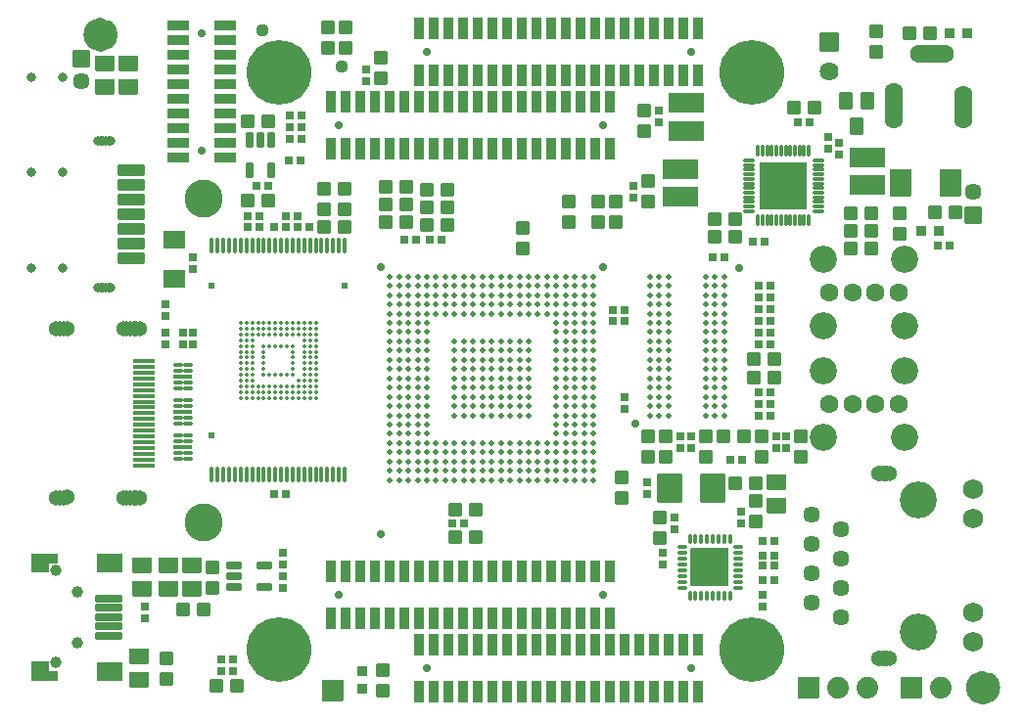
<source format=gbr>
%TF.GenerationSoftware,KiCad,Pcbnew,(6.0.1)*%
%TF.CreationDate,2022-06-22T14:46:02-03:00*%
%TF.ProjectId,A20-OLinuXino-Lime_Rev_I1,4132302d-4f4c-4696-9e75-58696e6f2d4c,rev?*%
%TF.SameCoordinates,Original*%
%TF.FileFunction,Soldermask,Top*%
%TF.FilePolarity,Negative*%
%FSLAX46Y46*%
G04 Gerber Fmt 4.6, Leading zero omitted, Abs format (unit mm)*
G04 Created by KiCad (PCBNEW (6.0.1)) date 2022-06-22 14:46:02*
%MOMM*%
%LPD*%
G01*
G04 APERTURE LIST*
G04 Aperture macros list*
%AMRoundRect*
0 Rectangle with rounded corners*
0 $1 Rounding radius*
0 $2 $3 $4 $5 $6 $7 $8 $9 X,Y pos of 4 corners*
0 Add a 4 corners polygon primitive as box body*
4,1,4,$2,$3,$4,$5,$6,$7,$8,$9,$2,$3,0*
0 Add four circle primitives for the rounded corners*
1,1,$1+$1,$2,$3*
1,1,$1+$1,$4,$5*
1,1,$1+$1,$6,$7*
1,1,$1+$1,$8,$9*
0 Add four rect primitives between the rounded corners*
20,1,$1+$1,$2,$3,$4,$5,0*
20,1,$1+$1,$4,$5,$6,$7,0*
20,1,$1+$1,$6,$7,$8,$9,0*
20,1,$1+$1,$8,$9,$2,$3,0*%
G04 Aperture macros list end*
%ADD10C,1.270000*%
%ADD11RoundRect,0.050800X-0.304800X-0.292100X0.304800X-0.292100X0.304800X0.292100X-0.304800X0.292100X0*%
%ADD12RoundRect,0.050800X0.304800X0.292100X-0.304800X0.292100X-0.304800X-0.292100X0.304800X-0.292100X0*%
%ADD13RoundRect,0.050800X0.292100X-0.304800X0.292100X0.304800X-0.292100X0.304800X-0.292100X-0.304800X0*%
%ADD14RoundRect,0.050800X-0.292100X0.304800X-0.292100X-0.304800X0.292100X-0.304800X0.292100X0.304800X0*%
%ADD15C,0.700000*%
%ADD16RoundRect,0.050800X-0.350000X0.900000X-0.350000X-0.900000X0.350000X-0.900000X0.350000X0.900000X0*%
%ADD17RoundRect,0.050800X0.350000X-0.900000X0.350000X0.900000X-0.350000X0.900000X-0.350000X-0.900000X0*%
%ADD18RoundRect,0.050800X0.762000X-0.635000X0.762000X0.635000X-0.762000X0.635000X-0.762000X-0.635000X0*%
%ADD19RoundRect,0.050800X-0.508000X0.508000X-0.508000X-0.508000X0.508000X-0.508000X0.508000X0.508000X0*%
%ADD20C,3.300000*%
%ADD21C,5.601600*%
%ADD22C,1.001600*%
%ADD23RoundRect,0.050800X0.508000X0.508000X-0.508000X0.508000X-0.508000X-0.508000X0.508000X-0.508000X0*%
%ADD24RoundRect,0.250800X0.000000X0.000000X0.000000X0.000000X0.000000X0.000000X0.000000X0.000000X0*%
%ADD25RoundRect,0.350800X0.000000X0.000000X0.000000X0.000000X0.000000X0.000000X0.000000X0.000000X0*%
%ADD26RoundRect,0.050800X-0.508000X-0.508000X0.508000X-0.508000X0.508000X0.508000X-0.508000X0.508000X0*%
%ADD27RoundRect,0.050800X-0.600000X0.275000X-0.600000X-0.275000X0.600000X-0.275000X0.600000X0.275000X0*%
%ADD28RoundRect,0.050800X-1.500000X-0.800000X1.500000X-0.800000X1.500000X0.800000X-1.500000X0.800000X0*%
%ADD29RoundRect,0.050800X-0.400000X-0.400000X0.400000X-0.400000X0.400000X0.400000X-0.400000X0.400000X0*%
%ADD30RoundRect,0.250800X0.000000X0.000000X0.000000X0.000000X0.000000X0.000000X0.000000X0.000000X0*%
%ADD31RoundRect,0.350800X0.000000X0.000000X0.000000X0.000000X0.000000X0.000000X0.000000X0.000000X0*%
%ADD32C,1.601600*%
%ADD33C,2.351600*%
%ADD34RoundRect,0.050800X-0.889000X-0.889000X0.889000X-0.889000X0.889000X0.889000X-0.889000X0.889000X0*%
%ADD35C,1.879600*%
%ADD36RoundRect,0.050800X0.337500X-0.100000X0.337500X0.100000X-0.337500X0.100000X-0.337500X-0.100000X0*%
%ADD37RoundRect,0.050800X0.387500X-0.150000X0.387500X0.150000X-0.387500X0.150000X-0.387500X-0.150000X0*%
%ADD38RoundRect,0.050800X0.508000X-0.508000X0.508000X0.508000X-0.508000X0.508000X-0.508000X-0.508000X0*%
%ADD39RoundRect,0.550800X0.000000X0.000000X0.000000X0.000000X0.000000X0.000000X0.000000X0.000000X0*%
%ADD40RoundRect,0.050800X0.400000X0.400000X-0.400000X0.400000X-0.400000X-0.400000X0.400000X-0.400000X0*%
%ADD41C,1.000000*%
%ADD42RoundRect,0.050800X-1.125000X-0.250000X1.125000X-0.250000X1.125000X0.250000X-1.125000X0.250000X0*%
%ADD43RoundRect,0.050800X0.400000X-0.400000X0.400000X0.400000X-0.400000X0.400000X-0.400000X-0.400000X0*%
%ADD44RoundRect,0.050800X1.100000X0.450000X-1.100000X0.450000X-1.100000X-0.450000X1.100000X-0.450000X0*%
%ADD45C,0.806400*%
%ADD46RoundRect,0.050800X0.100000X0.450000X-0.100000X0.450000X-0.100000X-0.450000X0.100000X-0.450000X0*%
%ADD47RoundRect,0.050800X-0.450000X0.100000X-0.450000X-0.100000X0.450000X-0.100000X0.450000X0.100000X0*%
%ADD48RoundRect,0.050800X-0.100000X-0.450000X0.100000X-0.450000X0.100000X0.450000X-0.100000X0.450000X0*%
%ADD49RoundRect,0.050800X0.450000X-0.100000X0.450000X0.100000X-0.450000X0.100000X-0.450000X-0.100000X0*%
%ADD50RoundRect,0.050800X0.711200X0.711200X-0.711200X0.711200X-0.711200X-0.711200X0.711200X-0.711200X0*%
%ADD51RoundRect,0.050800X2.000000X2.000000X-2.000000X2.000000X-2.000000X-2.000000X2.000000X-2.000000X0*%
%ADD52RoundRect,0.050800X0.675000X-0.675000X0.675000X0.675000X-0.675000X0.675000X-0.675000X-0.675000X0*%
%ADD53C,1.451600*%
%ADD54RoundRect,0.558800X0.000000X0.000000X0.000000X0.000000X0.000000X0.000000X0.000000X0.000000X0*%
%ADD55RoundRect,0.050800X-0.762000X0.635000X-0.762000X-0.635000X0.762000X-0.635000X0.762000X0.635000X0*%
%ADD56RoundRect,0.050800X-0.900000X0.700000X-0.900000X-0.700000X0.900000X-0.700000X0.900000X0.700000X0*%
%ADD57RoundRect,0.050800X0.900000X0.125000X-0.900000X0.125000X-0.900000X-0.125000X0.900000X-0.125000X0*%
%ADD58C,1.301600*%
%ADD59RoundRect,0.050800X-0.889000X-1.143000X0.889000X-1.143000X0.889000X1.143000X-0.889000X1.143000X0*%
%ADD60C,1.625600*%
%ADD61RoundRect,0.050800X0.762000X-0.762000X0.762000X0.762000X-0.762000X0.762000X-0.762000X-0.762000X0*%
%ADD62RoundRect,0.050800X-0.675000X0.675000X-0.675000X-0.675000X0.675000X-0.675000X0.675000X0.675000X0*%
%ADD63RoundRect,0.050800X-1.050000X-1.200000X1.050000X-1.200000X1.050000X1.200000X-1.050000X1.200000X0*%
%ADD64RoundRect,0.558800X0.000000X0.000000X0.000000X0.000000X0.000000X0.000000X0.000000X0.000000X0*%
%ADD65RoundRect,0.175800X0.000000X0.000000X0.000000X0.000000X0.000000X0.000000X0.000000X0.000000X0*%
%ADD66RoundRect,0.300800X0.000000X0.000000X0.000000X0.000000X0.000000X0.000000X0.000000X0.000000X0*%
%ADD67RoundRect,0.050800X0.500000X0.700000X-0.500000X0.700000X-0.500000X-0.700000X0.500000X-0.700000X0*%
%ADD68RoundRect,0.050800X-0.900000X-0.350000X0.900000X-0.350000X0.900000X0.350000X-0.900000X0.350000X0*%
%ADD69RoundRect,0.050800X0.900000X0.350000X-0.900000X0.350000X-0.900000X-0.350000X0.900000X-0.350000X0*%
%ADD70RoundRect,0.050800X-0.125000X0.375000X-0.125000X-0.375000X0.125000X-0.375000X0.125000X0.375000X0*%
%ADD71RoundRect,0.050800X-0.375000X-0.125000X0.375000X-0.125000X0.375000X0.125000X-0.375000X0.125000X0*%
%ADD72RoundRect,0.050800X0.125000X-0.375000X0.125000X0.375000X-0.125000X0.375000X-0.125000X-0.375000X0*%
%ADD73RoundRect,0.050800X0.375000X0.125000X-0.375000X0.125000X-0.375000X-0.125000X0.375000X-0.125000X0*%
%ADD74C,2.051600*%
%ADD75RoundRect,0.050800X1.600000X1.600000X-1.600000X1.600000X-1.600000X-1.600000X1.600000X-1.600000X0*%
%ADD76C,3.200000*%
%ADD77C,1.751600*%
%ADD78RoundRect,0.050800X0.275000X0.600000X-0.275000X0.600000X-0.275000X-0.600000X0.275000X-0.600000X0*%
%ADD79RoundRect,0.050800X0.125000X0.600000X-0.125000X0.600000X-0.125000X-0.600000X0.125000X-0.600000X0*%
%ADD80C,0.800000*%
G04 APERTURE END LIST*
D10*
%TO.C,U17*%
X189794100Y-133284600D02*
G75*
G03*
X189794100Y-133284600I-850000J0D01*
G01*
%TO.C,USB_OTG*%
G36*
X114469100Y-132680600D02*
G01*
X112319100Y-132680600D01*
X112319100Y-131080600D01*
X114469100Y-131080600D01*
X114469100Y-132680600D01*
G37*
G36*
X114469100Y-123280600D02*
G01*
X112319100Y-123280600D01*
X112319100Y-121680600D01*
X114469100Y-121680600D01*
X114469100Y-123280600D01*
G37*
G36*
X108919100Y-132680600D02*
G01*
X106669100Y-132680600D01*
X106669100Y-131830600D01*
X108919100Y-131830600D01*
X108919100Y-132680600D01*
G37*
G36*
X108119100Y-131880600D02*
G01*
X106669100Y-131880600D01*
X106669100Y-131030600D01*
X108119100Y-131030600D01*
X108119100Y-131880600D01*
G37*
G36*
X108119100Y-123330600D02*
G01*
X106669100Y-123330600D01*
X106669100Y-122480600D01*
X108119100Y-122480600D01*
X108119100Y-123330600D01*
G37*
G36*
X108919100Y-122530600D02*
G01*
X106669100Y-122530600D01*
X106669100Y-121680600D01*
X108919100Y-121680600D01*
X108919100Y-122530600D01*
G37*
%TO.C,U16*%
X113467100Y-76769600D02*
G75*
G03*
X113467100Y-76769600I-850000J0D01*
G01*
%TD*%
D11*
%TO.C,C113*%
X129000100Y-85786600D03*
X130016100Y-85786600D03*
%TD*%
D12*
%TO.C,C41*%
X170529100Y-99502600D03*
X169513100Y-99502600D03*
%TD*%
D13*
%TO.C,C147*%
X158718100Y-90866600D03*
X158718100Y-89850600D03*
%TD*%
D14*
%TO.C,C161*%
X176498100Y-86116800D03*
X176498100Y-87132800D03*
%TD*%
D15*
%TO.C,LCD_CON*%
X163671100Y-78293600D03*
X140811100Y-78293600D03*
D16*
X140176100Y-76261600D03*
X140176100Y-80325600D03*
X141446100Y-76261600D03*
X141446100Y-80325600D03*
X142716100Y-76261600D03*
X142716100Y-80325600D03*
X143986100Y-76261600D03*
X143986100Y-80325600D03*
X145256100Y-76261600D03*
X145256100Y-80325600D03*
X146526100Y-76261600D03*
X146526100Y-80325600D03*
D17*
X147796100Y-76261600D03*
X147796100Y-80325600D03*
X149066100Y-76261600D03*
X149066100Y-80325600D03*
X150336100Y-76261600D03*
X150336100Y-80325600D03*
X151606100Y-76261600D03*
X151606100Y-80325600D03*
X152876100Y-76261600D03*
X152876100Y-80325600D03*
X154146100Y-76261600D03*
X154146100Y-80325600D03*
X155416100Y-76261600D03*
X155416100Y-80325600D03*
X156686100Y-76261600D03*
X156686100Y-80325600D03*
X157956100Y-76261600D03*
X157956100Y-80325600D03*
X159226100Y-76261600D03*
X159226100Y-80325600D03*
X160496100Y-76261600D03*
X160496100Y-80325600D03*
X161766100Y-76261600D03*
X161766100Y-80325600D03*
X163036100Y-76261600D03*
X163036100Y-80325600D03*
X164306100Y-76261600D03*
X164306100Y-80325600D03*
%TD*%
D11*
%TO.C,C116*%
X129000100Y-84770600D03*
X130016100Y-84770600D03*
%TD*%
D18*
%TO.C,C189*%
X118459100Y-124775600D03*
X118459100Y-122743600D03*
%TD*%
D19*
%TO.C,C134*%
X181705100Y-92263600D03*
X181705100Y-94041600D03*
%TD*%
D20*
%TO.C,CASE*%
X121501100Y-90998600D03*
X121501100Y-118998600D03*
D21*
X128071100Y-129998600D03*
D22*
X128071100Y-127748600D03*
X128071100Y-132248600D03*
X130321100Y-129998600D03*
X125821100Y-129998600D03*
X126524300Y-128451800D03*
X129618000Y-131545500D03*
X126524300Y-131545500D03*
X129618000Y-128451800D03*
D21*
X168931100Y-129998600D03*
D22*
X168931100Y-127748600D03*
X168931100Y-132248600D03*
X171181100Y-129998600D03*
X166681100Y-129998600D03*
X167384300Y-128451800D03*
X170478000Y-131545500D03*
X167384300Y-131545500D03*
X170478000Y-128451800D03*
D21*
X128071100Y-79998600D03*
D22*
X128071100Y-77748600D03*
X128071100Y-82248600D03*
X130321100Y-79998600D03*
X125821100Y-79998600D03*
X126524300Y-78451800D03*
X129618000Y-81545500D03*
X126524300Y-81545500D03*
X129618000Y-78451800D03*
D21*
X168931100Y-79998600D03*
D22*
X168931100Y-77748600D03*
X168931100Y-82248600D03*
X171181100Y-79998600D03*
X166681100Y-79998600D03*
X167384300Y-78451800D03*
X170478000Y-81545500D03*
X167384300Y-81545500D03*
X170478000Y-78451800D03*
%TD*%
D23*
%TO.C,R8*%
X170910100Y-106424100D03*
X169132100Y-106424100D03*
%TD*%
D19*
%TO.C,R75*%
X179673100Y-76515600D03*
X179673100Y-78293600D03*
%TD*%
D24*
%TO.C,U1*%
X160141100Y-97715600D03*
X160941100Y-97715600D03*
X161741100Y-97715600D03*
X164941100Y-97715600D03*
X165741100Y-97715600D03*
X166541100Y-97715600D03*
X160141100Y-98515600D03*
X160941100Y-98515600D03*
X161741100Y-98515600D03*
X164941100Y-98515600D03*
X165741100Y-98515600D03*
X166541100Y-98515600D03*
X160141100Y-99315600D03*
X160941100Y-99315600D03*
X161741100Y-99315600D03*
X164941100Y-99315600D03*
X165741100Y-99315600D03*
X166541100Y-99315600D03*
X160141100Y-100115600D03*
X160941100Y-100115600D03*
X161741100Y-100115600D03*
X164941100Y-100115600D03*
X165741100Y-100115600D03*
X166541100Y-100115600D03*
X160141100Y-100915600D03*
X160941100Y-100915600D03*
X161741100Y-100915600D03*
X164941100Y-100915600D03*
X165741100Y-100915600D03*
X166541100Y-100915600D03*
X160141100Y-101715600D03*
X160941100Y-101715600D03*
X161741100Y-101715600D03*
X164941100Y-101715600D03*
X165741100Y-101715600D03*
X166541100Y-101715600D03*
D25*
X158841100Y-110465600D03*
X167841100Y-96965600D03*
D24*
X160141100Y-102515600D03*
X160941100Y-102515600D03*
X161741100Y-102515600D03*
X164941100Y-102515600D03*
X165741100Y-102515600D03*
X166541100Y-102515600D03*
X160141100Y-103315600D03*
X160941100Y-103315600D03*
X161741100Y-103315600D03*
X164941100Y-103315600D03*
X165741100Y-103315600D03*
X166541100Y-103315600D03*
X160141100Y-104115600D03*
X160941100Y-104115600D03*
X161741100Y-104115600D03*
X164941100Y-104115600D03*
X165741100Y-104115600D03*
X166541100Y-104115600D03*
X160141100Y-104915600D03*
X160941100Y-104915600D03*
X161741100Y-104915600D03*
X164941100Y-104915600D03*
X165741100Y-104915600D03*
X166541100Y-104915600D03*
X160141100Y-105715600D03*
X160941100Y-105715600D03*
X161741100Y-105715600D03*
X164941100Y-105715600D03*
X165741100Y-105715600D03*
X166541100Y-105715600D03*
X160141100Y-106515600D03*
X160941100Y-106515600D03*
X161741100Y-106515600D03*
X164941100Y-106515600D03*
X165741100Y-106515600D03*
X166541100Y-106515600D03*
X160141100Y-107315600D03*
X160941100Y-107315600D03*
X161741100Y-107315600D03*
X164941100Y-107315600D03*
X165741100Y-107315600D03*
X166541100Y-107315600D03*
X160141100Y-108115600D03*
X160941100Y-108115600D03*
X161741100Y-108115600D03*
X164941100Y-108115600D03*
X165741100Y-108115600D03*
X166541100Y-108115600D03*
X160141100Y-108915600D03*
X160941100Y-108915600D03*
X161741100Y-108915600D03*
X164941100Y-108915600D03*
X165741100Y-108915600D03*
X166541100Y-108915600D03*
X160141100Y-109715600D03*
X160941100Y-109715600D03*
X161741100Y-109715600D03*
X164941100Y-109715600D03*
X165741100Y-109715600D03*
X166541100Y-109715600D03*
%TD*%
D26*
%TO.C,C75*%
X167481100Y-115631600D03*
X169259100Y-115631600D03*
%TD*%
D12*
%TO.C,C45*%
X166592100Y-96073600D03*
X165576100Y-96073600D03*
%TD*%
%TO.C,C27*%
X170529100Y-108773600D03*
X169513100Y-108773600D03*
%TD*%
%TO.C,C43*%
X170529100Y-101534600D03*
X169513100Y-101534600D03*
%TD*%
D27*
%TO.C,U9*%
X124144000Y-122682600D03*
X124144000Y-123632600D03*
X124144000Y-124582600D03*
X126744200Y-124582600D03*
X126744200Y-122682600D03*
%TD*%
D28*
%TO.C,L11*%
X163290100Y-82681600D03*
X163290100Y-85081600D03*
%TD*%
D29*
%TO.C,CHGLED*%
X185134100Y-93787600D03*
X183610100Y-93787600D03*
%TD*%
D18*
%TO.C,C201*%
X120491100Y-124775600D03*
X120491100Y-122743600D03*
%TD*%
D19*
%TO.C,C183*%
X132302100Y-76134600D03*
X132302100Y-77912600D03*
%TD*%
D14*
%TO.C,R97*%
X118205100Y-102550600D03*
X118205100Y-103566600D03*
%TD*%
D15*
%TO.C,GPIO-2*%
X133191100Y-125283600D03*
X156051100Y-125283600D03*
D16*
X132556100Y-123251600D03*
X132556100Y-127315600D03*
X133826100Y-123251600D03*
X133826100Y-127315600D03*
X135096100Y-123251600D03*
X135096100Y-127315600D03*
X136366100Y-123251600D03*
X136366100Y-127315600D03*
X137636100Y-123251600D03*
X137636100Y-127315600D03*
X138906100Y-123251600D03*
X138906100Y-127315600D03*
D17*
X140176100Y-123251600D03*
X140176100Y-127315600D03*
X141446100Y-123251600D03*
X141446100Y-127315600D03*
X142716100Y-123251600D03*
X142716100Y-127315600D03*
X143986100Y-123251600D03*
X143986100Y-127315600D03*
X145256100Y-123251600D03*
X145256100Y-127315600D03*
X146526100Y-123251600D03*
X146526100Y-127315600D03*
X147796100Y-123251600D03*
X147796100Y-127315600D03*
X149066100Y-123251600D03*
X149066100Y-127315600D03*
X150336100Y-123251600D03*
X150336100Y-127315600D03*
X151606100Y-123251600D03*
X151606100Y-127315600D03*
X152876100Y-123251600D03*
X152876100Y-127315600D03*
X154146100Y-123251600D03*
X154146100Y-127315600D03*
X155416100Y-123251600D03*
X155416100Y-127315600D03*
X156686100Y-123251600D03*
X156686100Y-127315600D03*
%TD*%
D30*
%TO.C,U7*%
X155241100Y-115315600D03*
X154441100Y-115315600D03*
X153641100Y-115315600D03*
X152841100Y-115315600D03*
X152041100Y-115315600D03*
X151241100Y-115315600D03*
X150441100Y-115315600D03*
X149641100Y-115315600D03*
X148841100Y-115315600D03*
X148041100Y-115315600D03*
X147241100Y-115315600D03*
X146441100Y-115315600D03*
X145641100Y-115315600D03*
X144841100Y-115315600D03*
X144041100Y-115315600D03*
X143241100Y-115315600D03*
X142441100Y-115315600D03*
X141641100Y-115315600D03*
X140841100Y-115315600D03*
X140041100Y-115315600D03*
X139241100Y-115315600D03*
X138441100Y-115315600D03*
X137641100Y-115315600D03*
X155241100Y-99315600D03*
X154441100Y-99315600D03*
X153641100Y-99315600D03*
X152841100Y-99315600D03*
X152041100Y-99315600D03*
X151241100Y-99315600D03*
X150441100Y-99315600D03*
X149641100Y-99315600D03*
X148841100Y-99315600D03*
X148041100Y-99315600D03*
X147241100Y-99315600D03*
X146441100Y-99315600D03*
X145641100Y-99315600D03*
X144841100Y-99315600D03*
X144041100Y-99315600D03*
X143241100Y-99315600D03*
X142441100Y-99315600D03*
X141641100Y-99315600D03*
X140841100Y-99315600D03*
X140041100Y-99315600D03*
X139241100Y-99315600D03*
X138441100Y-99315600D03*
X137641100Y-99315600D03*
X155241100Y-98515600D03*
X154441100Y-98515600D03*
X153641100Y-98515600D03*
X152841100Y-98515600D03*
X152041100Y-98515600D03*
X151241100Y-98515600D03*
X150441100Y-98515600D03*
X149641100Y-98515600D03*
X148841100Y-98515600D03*
X148041100Y-98515600D03*
X147241100Y-98515600D03*
X146441100Y-98515600D03*
X145641100Y-98515600D03*
X144841100Y-98515600D03*
X144041100Y-98515600D03*
X143241100Y-98515600D03*
X142441100Y-98515600D03*
X141641100Y-98515600D03*
X140841100Y-98515600D03*
X140041100Y-98515600D03*
X139241100Y-98515600D03*
X138441100Y-98515600D03*
X137641100Y-98515600D03*
X155241100Y-97715600D03*
X154441100Y-97715600D03*
X153641100Y-97715600D03*
X152841100Y-97715600D03*
X152041100Y-97715600D03*
X151241100Y-97715600D03*
X150441100Y-97715600D03*
X149641100Y-97715600D03*
X148841100Y-97715600D03*
X148041100Y-97715600D03*
X147241100Y-97715600D03*
X146441100Y-97715600D03*
X145641100Y-97715600D03*
X144841100Y-97715600D03*
X144041100Y-97715600D03*
X143241100Y-97715600D03*
X142441100Y-97715600D03*
X141641100Y-97715600D03*
X140841100Y-97715600D03*
X140041100Y-97715600D03*
X139241100Y-97715600D03*
X138441100Y-97715600D03*
X137641100Y-97715600D03*
X155241100Y-114515600D03*
X154441100Y-114515600D03*
X153641100Y-114515600D03*
X152841100Y-114515600D03*
X152041100Y-114515600D03*
X151241100Y-114515600D03*
X150441100Y-114515600D03*
X149641100Y-114515600D03*
X148841100Y-114515600D03*
X148041100Y-114515600D03*
X147241100Y-114515600D03*
X146441100Y-114515600D03*
X145641100Y-114515600D03*
X144841100Y-114515600D03*
X144041100Y-114515600D03*
X143241100Y-114515600D03*
X142441100Y-114515600D03*
X141641100Y-114515600D03*
X140841100Y-114515600D03*
X140041100Y-114515600D03*
X139241100Y-114515600D03*
X138441100Y-114515600D03*
X137641100Y-114515600D03*
X155241100Y-113715600D03*
X154441100Y-113715600D03*
X153641100Y-113715600D03*
X152841100Y-113715600D03*
X152041100Y-113715600D03*
X151241100Y-113715600D03*
X150441100Y-113715600D03*
X149641100Y-113715600D03*
X148841100Y-113715600D03*
X148041100Y-113715600D03*
X147241100Y-113715600D03*
X146441100Y-113715600D03*
X145641100Y-113715600D03*
X144841100Y-113715600D03*
X144041100Y-113715600D03*
X143241100Y-113715600D03*
X142441100Y-113715600D03*
X141641100Y-113715600D03*
X140841100Y-113715600D03*
X140041100Y-113715600D03*
X139241100Y-113715600D03*
X138441100Y-113715600D03*
X137641100Y-113715600D03*
X155241100Y-112915600D03*
X154441100Y-112915600D03*
X153641100Y-112915600D03*
X152841100Y-112915600D03*
X152041100Y-112915600D03*
X151241100Y-112915600D03*
X150441100Y-112915600D03*
X149641100Y-112915600D03*
X148841100Y-112915600D03*
X148041100Y-112915600D03*
X147241100Y-112915600D03*
X146441100Y-112915600D03*
X145641100Y-112915600D03*
X144841100Y-112915600D03*
X144041100Y-112915600D03*
X143241100Y-112915600D03*
X142441100Y-112915600D03*
X141641100Y-112915600D03*
X140841100Y-112915600D03*
X140041100Y-112915600D03*
X139241100Y-112915600D03*
X138441100Y-112915600D03*
X137641100Y-112915600D03*
X155241100Y-112115600D03*
X154441100Y-112115600D03*
X153641100Y-112115600D03*
X152841100Y-112115600D03*
X152041100Y-112115600D03*
X151241100Y-112115600D03*
X150441100Y-112115600D03*
X149641100Y-112115600D03*
X148841100Y-112115600D03*
X148041100Y-112115600D03*
X147241100Y-112115600D03*
X146441100Y-112115600D03*
X145641100Y-112115600D03*
X144841100Y-112115600D03*
X144041100Y-112115600D03*
X143241100Y-112115600D03*
X142441100Y-112115600D03*
X141641100Y-112115600D03*
X140841100Y-112115600D03*
X140041100Y-112115600D03*
X139241100Y-112115600D03*
X138441100Y-112115600D03*
X137641100Y-112115600D03*
X155241100Y-111315600D03*
X154441100Y-111315600D03*
X153641100Y-111315600D03*
X152841100Y-111315600D03*
X152041100Y-111315600D03*
X140841100Y-111315600D03*
X140041100Y-111315600D03*
X139241100Y-111315600D03*
X138441100Y-111315600D03*
X137641100Y-111315600D03*
D31*
X136841100Y-120000000D03*
X136841100Y-96915600D03*
X156041100Y-96915600D03*
D30*
X155241100Y-110515600D03*
X154441100Y-110515600D03*
X153641100Y-110515600D03*
X152841100Y-110515600D03*
X152041100Y-110515600D03*
X140841100Y-110515600D03*
X140041100Y-110515600D03*
X139241100Y-110515600D03*
X138441100Y-110515600D03*
X137641100Y-110515600D03*
X155241100Y-109715600D03*
X154441100Y-109715600D03*
X153641100Y-109715600D03*
X152841100Y-109715600D03*
X152041100Y-109715600D03*
X149641100Y-109715600D03*
X148841100Y-109715600D03*
X148041100Y-109715600D03*
X147241100Y-109715600D03*
X146441100Y-109715600D03*
X145641100Y-109715600D03*
X144841100Y-109715600D03*
X144041100Y-109715600D03*
X143241100Y-109715600D03*
X140841100Y-109715600D03*
X140041100Y-109715600D03*
X139241100Y-109715600D03*
X138441100Y-109715600D03*
X137641100Y-109715600D03*
X155241100Y-108915600D03*
X154441100Y-108915600D03*
X153641100Y-108915600D03*
X152841100Y-108915600D03*
X152041100Y-108915600D03*
X149641100Y-108915600D03*
X148841100Y-108915600D03*
X148041100Y-108915600D03*
X147241100Y-108915600D03*
X146441100Y-108915600D03*
X145641100Y-108915600D03*
X144841100Y-108915600D03*
X144041100Y-108915600D03*
X143241100Y-108915600D03*
X140841100Y-108915600D03*
X140041100Y-108915600D03*
X139241100Y-108915600D03*
X138441100Y-108915600D03*
X137641100Y-108915600D03*
X155241100Y-108115600D03*
X154441100Y-108115600D03*
X153641100Y-108115600D03*
X152841100Y-108115600D03*
X152041100Y-108115600D03*
X149641100Y-108115600D03*
X148841100Y-108115600D03*
X148041100Y-108115600D03*
X147241100Y-108115600D03*
X146441100Y-108115600D03*
X145641100Y-108115600D03*
X144841100Y-108115600D03*
X144041100Y-108115600D03*
X143241100Y-108115600D03*
X140841100Y-108115600D03*
X140041100Y-108115600D03*
X139241100Y-108115600D03*
X138441100Y-108115600D03*
X137641100Y-108115600D03*
X155241100Y-107315600D03*
X154441100Y-107315600D03*
X153641100Y-107315600D03*
X152841100Y-107315600D03*
X152041100Y-107315600D03*
X149641100Y-107315600D03*
X148841100Y-107315600D03*
X148041100Y-107315600D03*
X147241100Y-107315600D03*
X146441100Y-107315600D03*
X145641100Y-107315600D03*
X144841100Y-107315600D03*
X144041100Y-107315600D03*
X143241100Y-107315600D03*
X140841100Y-107315600D03*
X140041100Y-107315600D03*
X139241100Y-107315600D03*
X138441100Y-107315600D03*
X137641100Y-107315600D03*
X155241100Y-106515600D03*
X154441100Y-106515600D03*
X153641100Y-106515600D03*
X152841100Y-106515600D03*
X152041100Y-106515600D03*
X149641100Y-106515600D03*
X148841100Y-106515600D03*
X148041100Y-106515600D03*
X147241100Y-106515600D03*
X146441100Y-106515600D03*
X145641100Y-106515600D03*
X144841100Y-106515600D03*
X144041100Y-106515600D03*
X143241100Y-106515600D03*
X140841100Y-106515600D03*
X140041100Y-106515600D03*
X139241100Y-106515600D03*
X138441100Y-106515600D03*
X137641100Y-106515600D03*
X155241100Y-105715600D03*
X154441100Y-105715600D03*
X153641100Y-105715600D03*
X152841100Y-105715600D03*
X152041100Y-105715600D03*
X149641100Y-105715600D03*
X148841100Y-105715600D03*
X148041100Y-105715600D03*
X147241100Y-105715600D03*
X146441100Y-105715600D03*
X145641100Y-105715600D03*
X144841100Y-105715600D03*
X144041100Y-105715600D03*
X143241100Y-105715600D03*
X140841100Y-105715600D03*
X140041100Y-105715600D03*
X139241100Y-105715600D03*
X138441100Y-105715600D03*
X137641100Y-105715600D03*
X155241100Y-104915600D03*
X154441100Y-104915600D03*
X153641100Y-104915600D03*
X152841100Y-104915600D03*
X152041100Y-104915600D03*
X149641100Y-104915600D03*
X148841100Y-104915600D03*
X148041100Y-104915600D03*
X147241100Y-104915600D03*
X146441100Y-104915600D03*
X145641100Y-104915600D03*
X144841100Y-104915600D03*
X144041100Y-104915600D03*
X143241100Y-104915600D03*
X140841100Y-104915600D03*
X140041100Y-104915600D03*
X139241100Y-104915600D03*
X138441100Y-104915600D03*
X137641100Y-104915600D03*
X155241100Y-104115600D03*
X154441100Y-104115600D03*
X153641100Y-104115600D03*
X152841100Y-104115600D03*
X152041100Y-104115600D03*
X149641100Y-104115600D03*
X148841100Y-104115600D03*
X148041100Y-104115600D03*
X147241100Y-104115600D03*
X146441100Y-104115600D03*
X145641100Y-104115600D03*
X144841100Y-104115600D03*
X144041100Y-104115600D03*
X143241100Y-104115600D03*
X140841100Y-104115600D03*
X140041100Y-104115600D03*
X139241100Y-104115600D03*
X138441100Y-104115600D03*
X137641100Y-104115600D03*
X155241100Y-103315600D03*
X154441100Y-103315600D03*
X153641100Y-103315600D03*
X152841100Y-103315600D03*
X152041100Y-103315600D03*
X149641100Y-103315600D03*
X148841100Y-103315600D03*
X148041100Y-103315600D03*
X147241100Y-103315600D03*
X146441100Y-103315600D03*
X145641100Y-103315600D03*
X144841100Y-103315600D03*
X144041100Y-103315600D03*
X143241100Y-103315600D03*
X140841100Y-103315600D03*
X140041100Y-103315600D03*
X139241100Y-103315600D03*
X138441100Y-103315600D03*
X137641100Y-103315600D03*
X155241100Y-102515600D03*
X154441100Y-102515600D03*
X153641100Y-102515600D03*
X152841100Y-102515600D03*
X152041100Y-102515600D03*
X140841100Y-102515600D03*
X140041100Y-102515600D03*
X139241100Y-102515600D03*
X138441100Y-102515600D03*
X137641100Y-102515600D03*
X155241100Y-101715600D03*
X154441100Y-101715600D03*
X153641100Y-101715600D03*
X152841100Y-101715600D03*
X152041100Y-101715600D03*
X140841100Y-101715600D03*
X140041100Y-101715600D03*
X139241100Y-101715600D03*
X138441100Y-101715600D03*
X137641100Y-101715600D03*
X155241100Y-100915600D03*
X154441100Y-100915600D03*
X153641100Y-100915600D03*
X152841100Y-100915600D03*
X152041100Y-100915600D03*
X151241100Y-100915600D03*
X150441100Y-100915600D03*
X149641100Y-100915600D03*
X148841100Y-100915600D03*
X148041100Y-100915600D03*
X147241100Y-100915600D03*
X146441100Y-100915600D03*
X145641100Y-100915600D03*
X144841100Y-100915600D03*
X144041100Y-100915600D03*
X143241100Y-100915600D03*
X142441100Y-100915600D03*
X141641100Y-100915600D03*
X140841100Y-100915600D03*
X140041100Y-100915600D03*
X139241100Y-100915600D03*
X138441100Y-100915600D03*
X137641100Y-100915600D03*
X155241100Y-100115600D03*
X154441100Y-100115600D03*
X153641100Y-100115600D03*
X152841100Y-100115600D03*
X152041100Y-100115600D03*
X151241100Y-100115600D03*
X150441100Y-100115600D03*
X149641100Y-100115600D03*
X148841100Y-100115600D03*
X148041100Y-100115600D03*
X147241100Y-100115600D03*
X146441100Y-100115600D03*
X145641100Y-100115600D03*
X144841100Y-100115600D03*
X144041100Y-100115600D03*
X143241100Y-100115600D03*
X142441100Y-100115600D03*
X141641100Y-100115600D03*
X140841100Y-100115600D03*
X140041100Y-100115600D03*
X139241100Y-100115600D03*
X138441100Y-100115600D03*
X137641100Y-100115600D03*
%TD*%
D32*
%TO.C,USB_HOST2*%
X181655100Y-99100600D03*
X179655100Y-99100600D03*
X177655100Y-99100600D03*
X175655100Y-99100600D03*
D33*
X182155100Y-101950600D03*
X182155100Y-96250600D03*
X175155100Y-96250600D03*
X175155100Y-101950600D03*
%TD*%
D26*
%TO.C,C180*%
X184753100Y-92136600D03*
X186531100Y-92136600D03*
%TD*%
D34*
%TO.C,BACKUP*%
X182721100Y-133284600D03*
D35*
X185261100Y-133284600D03*
%TD*%
D19*
%TO.C,R3*%
X164941100Y-111567600D03*
X164941100Y-113345600D03*
%TD*%
D11*
%TO.C,R18*%
X128619100Y-92517600D03*
X129635100Y-92517600D03*
%TD*%
D13*
%TO.C,R30*%
X120618100Y-103566600D03*
X120618100Y-102550600D03*
%TD*%
D36*
%TO.C,U6*%
X120166600Y-110408600D03*
X120166600Y-109908600D03*
D37*
X120116600Y-109408600D03*
D36*
X120166600Y-108908600D03*
X120166600Y-108408600D03*
X119291600Y-108408600D03*
X119291600Y-108908600D03*
D37*
X119341600Y-109408600D03*
D36*
X119291600Y-109908600D03*
X119291600Y-110408600D03*
%TD*%
D23*
%TO.C,C97*%
X139033100Y-89977600D03*
X137255100Y-89977600D03*
%TD*%
D34*
%TO.C,UART0*%
X173831100Y-133284600D03*
D35*
X176371100Y-133284600D03*
X178911100Y-133284600D03*
%TD*%
D11*
%TO.C,C20*%
X169513100Y-100518600D03*
X170529100Y-100518600D03*
%TD*%
D26*
%TO.C,C173*%
X140811100Y-93279600D03*
X142589100Y-93279600D03*
%TD*%
D12*
%TO.C,R63*%
X170021100Y-94676600D03*
X169005100Y-94676600D03*
%TD*%
%TO.C,R9*%
X157956100Y-100645600D03*
X156940100Y-100645600D03*
%TD*%
D14*
%TO.C,C61*%
X162274100Y-118552600D03*
X162274100Y-119568600D03*
%TD*%
D26*
%TO.C,C171*%
X140811100Y-91755600D03*
X142589100Y-91755600D03*
%TD*%
D38*
%TO.C,R34*%
X149129600Y-95311600D03*
X149129600Y-93533600D03*
%TD*%
D23*
%TO.C,C79*%
X145065600Y-120267100D03*
X143287600Y-120267100D03*
%TD*%
D39*
%TO.C,U17*%
X188944100Y-133284600D03*
%TD*%
D11*
%TO.C,C42*%
X169513100Y-107757600D03*
X170529100Y-107757600D03*
%TD*%
D18*
%TO.C,L2*%
X171037100Y-117536600D03*
X171037100Y-115504600D03*
%TD*%
D11*
%TO.C,C84*%
X127603100Y-116520600D03*
X128619100Y-116520600D03*
%TD*%
D13*
%TO.C,R98*%
X120618100Y-97089600D03*
X120618100Y-96073600D03*
%TD*%
D40*
%TO.C,PWR_LED*%
X186023100Y-76642600D03*
X187547100Y-76642600D03*
%TD*%
D41*
%TO.C,USB_OTG*%
X110585100Y-129380600D03*
X110585100Y-124980600D03*
D42*
X113291100Y-127180600D03*
X113291100Y-126380600D03*
X113291100Y-128780600D03*
X113291100Y-127980600D03*
X113291100Y-125580600D03*
%TD*%
D23*
%TO.C,C172*%
X139033100Y-91501600D03*
X137255100Y-91501600D03*
%TD*%
D26*
%TO.C,C154*%
X165703100Y-94295600D03*
X167481100Y-94295600D03*
%TD*%
D12*
%TO.C,C82*%
X126333100Y-93406600D03*
X125317100Y-93406600D03*
%TD*%
D38*
%TO.C,R5*%
X173196100Y-113345600D03*
X173196100Y-111567600D03*
%TD*%
D26*
%TO.C,R23*%
X143287600Y-117854100D03*
X145065600Y-117854100D03*
%TD*%
D38*
%TO.C,C59*%
X159988100Y-113345600D03*
X159988100Y-111567600D03*
%TD*%
D26*
%TO.C,R36*%
X119729100Y-126553600D03*
X121507100Y-126553600D03*
%TD*%
D13*
%TO.C,C2*%
X163671100Y-112583600D03*
X163671100Y-111567600D03*
%TD*%
D43*
%TO.C,LED1*%
X135223100Y-131887600D03*
X135223100Y-133411600D03*
%TD*%
D13*
%TO.C,R31*%
X119729100Y-103566600D03*
X119729100Y-102550600D03*
%TD*%
D44*
%TO.C,SATA*%
X115300100Y-96145600D03*
X115300100Y-94875600D03*
X115300100Y-93605600D03*
X115300100Y-92335600D03*
X115300100Y-91065600D03*
X115300100Y-89795600D03*
X115300100Y-88525600D03*
D45*
X112850100Y-98705600D03*
X112625100Y-98705600D03*
X113100100Y-98705600D03*
X112425100Y-98705600D03*
X113525100Y-98705600D03*
X112850100Y-85965600D03*
X112625100Y-85965600D03*
X113100100Y-85965600D03*
X112425100Y-85965600D03*
X113525100Y-85965600D03*
X113325100Y-98705600D03*
X113325100Y-85965600D03*
%TD*%
D38*
%TO.C,R1*%
X137001100Y-133538600D03*
X137001100Y-131760600D03*
%TD*%
%TO.C,C122*%
X157194100Y-93025600D03*
X157194100Y-91247600D03*
%TD*%
D12*
%TO.C,C109*%
X124047100Y-131887600D03*
X123031100Y-131887600D03*
%TD*%
D46*
%TO.C,U12*%
X173872100Y-86850600D03*
X173472100Y-86850600D03*
X173072100Y-86850600D03*
X172672100Y-86850600D03*
X172272100Y-86850600D03*
X171872100Y-86850600D03*
X171472100Y-86850600D03*
X171072100Y-86850600D03*
X170672100Y-86850600D03*
X170272100Y-86850600D03*
X169872100Y-86850600D03*
X169472100Y-86850600D03*
D47*
X168672100Y-87650600D03*
X168672100Y-88050600D03*
X168672100Y-88450600D03*
X168672100Y-88850600D03*
X168672100Y-89250600D03*
X168672100Y-89650600D03*
X168672100Y-90050600D03*
X168672100Y-90450600D03*
X168672100Y-90850600D03*
X168672100Y-91250600D03*
X168672100Y-91650600D03*
X168672100Y-92050600D03*
D48*
X169472100Y-92850600D03*
X169872100Y-92850600D03*
X170272100Y-92850600D03*
X170672100Y-92850600D03*
X171072100Y-92850600D03*
X171472100Y-92850600D03*
X171872100Y-92850600D03*
X172272100Y-92850600D03*
X172672100Y-92850600D03*
X173072100Y-92850600D03*
X173472100Y-92850600D03*
X173872100Y-92850600D03*
D49*
X174672100Y-92050600D03*
X174672100Y-91650600D03*
X174672100Y-91250600D03*
X174672100Y-90850600D03*
X174672100Y-90450600D03*
X174672100Y-90050600D03*
X174672100Y-89650600D03*
X174672100Y-89250600D03*
X174672100Y-88850600D03*
X174672100Y-88450600D03*
X174672100Y-88050600D03*
X174672100Y-87650600D03*
D50*
X171672100Y-89850600D03*
D51*
X171672100Y-89850600D03*
%TD*%
D52*
%TO.C,LIPO_BAT*%
X188055100Y-92374600D03*
D53*
X188055100Y-90374600D03*
%TD*%
D54*
%TO.C,3.0VA*%
X133445100Y-79563600D03*
%TD*%
D28*
%TO.C,L10*%
X178911100Y-87380600D03*
X178911100Y-89780600D03*
%TD*%
D13*
%TO.C,C143*%
X160877100Y-84389600D03*
X160877100Y-83373600D03*
%TD*%
D38*
%TO.C,C119*%
X153130100Y-93025600D03*
X153130100Y-91247600D03*
%TD*%
D13*
%TO.C,C14*%
X171926100Y-112583600D03*
X171926100Y-111567600D03*
%TD*%
D55*
%TO.C,L6*%
X115919100Y-130617600D03*
X115919100Y-132649600D03*
%TD*%
D11*
%TO.C,R17*%
X129635100Y-93406600D03*
X130651100Y-93406600D03*
%TD*%
%TO.C,C114*%
X129000100Y-83754600D03*
X130016100Y-83754600D03*
%TD*%
D14*
%TO.C,C110*%
X116427100Y-126299600D03*
X116427100Y-127315600D03*
%TD*%
D56*
%TO.C,D6*%
X118967100Y-97900600D03*
X118967100Y-94500600D03*
%TD*%
D18*
%TO.C,C190*%
X115030100Y-81341600D03*
X115030100Y-79309600D03*
%TD*%
D57*
%TO.C,HDMI*%
X116362100Y-114035600D03*
X116362100Y-113535600D03*
X116362100Y-113035600D03*
X116362100Y-112535600D03*
X116362100Y-112035600D03*
X116362100Y-111535600D03*
X116362100Y-111035600D03*
X116362100Y-110535600D03*
X116362100Y-110035600D03*
X116362100Y-109535600D03*
X116362100Y-109035600D03*
X116362100Y-108535600D03*
X116362100Y-108035600D03*
X116362100Y-107535600D03*
X116362100Y-107035600D03*
X116362100Y-106535600D03*
X116362100Y-106035600D03*
X116362100Y-105535600D03*
X116362100Y-105035600D03*
D58*
X115562100Y-116835600D03*
X109462100Y-116835600D03*
X109462100Y-102235600D03*
X115562100Y-102235600D03*
X115162100Y-116835600D03*
X109062100Y-116835600D03*
X109062100Y-102235600D03*
X115162100Y-102235600D03*
X114862100Y-116835600D03*
X115712100Y-116835600D03*
X115712100Y-102235600D03*
X114862100Y-102235600D03*
X116012100Y-116835600D03*
X116012100Y-102235600D03*
X109762100Y-102235600D03*
X109762100Y-116810600D03*
X114612100Y-116835600D03*
X108762100Y-116835600D03*
X108762100Y-102235600D03*
X114612100Y-102235600D03*
%TD*%
D34*
%TO.C,GND_PIN*%
X132683100Y-133538600D03*
%TD*%
D59*
%TO.C,D4*%
X186168100Y-89596600D03*
X181814100Y-89596600D03*
%TD*%
D14*
%TO.C,C60*%
X161258100Y-121600600D03*
X161258100Y-122616600D03*
%TD*%
D38*
%TO.C,R42*%
X118332100Y-132522600D03*
X118332100Y-130744600D03*
%TD*%
D14*
%TO.C,R60*%
X175558300Y-85659600D03*
X175558300Y-86675600D03*
%TD*%
D60*
%TO.C,C174*%
X175609100Y-79944600D03*
D61*
X175609100Y-77404600D03*
%TD*%
D11*
%TO.C,C26*%
X169513100Y-102550600D03*
X170529100Y-102550600D03*
%TD*%
%TO.C,C83*%
X127603100Y-93406600D03*
X128619100Y-93406600D03*
%TD*%
D23*
%TO.C,R33*%
X124428100Y-133157600D03*
X122650100Y-133157600D03*
%TD*%
D18*
%TO.C,C202*%
X112998100Y-81341600D03*
X112998100Y-79309600D03*
%TD*%
D12*
%TO.C,R20*%
X126333100Y-92517600D03*
X125317100Y-92517600D03*
%TD*%
D18*
%TO.C,L5*%
X116173100Y-124775600D03*
X116173100Y-122743600D03*
%TD*%
D26*
%TO.C,C159*%
X177514100Y-92263600D03*
X179292100Y-92263600D03*
%TD*%
D62*
%TO.C,5V_SATA_PWR*%
X110966100Y-78817600D03*
D53*
X110966100Y-80817600D03*
%TD*%
D63*
%TO.C,Q1*%
X161821100Y-116012600D03*
X165521100Y-116012600D03*
%TD*%
D12*
%TO.C,C167*%
X127095100Y-89850600D03*
X126079100Y-89850600D03*
%TD*%
D13*
%TO.C,C47*%
X135604100Y-80833600D03*
X135604100Y-79817600D03*
%TD*%
D11*
%TO.C,C23*%
X169513100Y-109789600D03*
X170529100Y-109789600D03*
%TD*%
D64*
%TO.C,GND*%
X126587100Y-76388600D03*
%TD*%
D11*
%TO.C,C107*%
X141065100Y-94549600D03*
X142081100Y-94549600D03*
%TD*%
D65*
%TO.C,U21*%
X131234100Y-108213600D03*
X130734100Y-108213600D03*
X130234100Y-108213600D03*
X129734100Y-108213600D03*
X129234100Y-108213600D03*
X128734100Y-108213600D03*
X128234100Y-108213600D03*
X127734100Y-108213600D03*
X127234100Y-108213600D03*
X126734100Y-108213600D03*
X126234100Y-108213600D03*
X125734100Y-108213600D03*
X125234100Y-108213600D03*
X124734100Y-108213600D03*
X131234100Y-107713600D03*
X130734100Y-107713600D03*
X130234100Y-107713600D03*
X129734100Y-107713600D03*
X129234100Y-107713600D03*
X128734100Y-107713600D03*
X128234100Y-107713600D03*
X127734100Y-107713600D03*
X127234100Y-107713600D03*
X126734100Y-107713600D03*
X126234100Y-107713600D03*
X125734100Y-107713600D03*
X125234100Y-107713600D03*
X124734100Y-107713600D03*
X131234100Y-107213600D03*
X130734100Y-107213600D03*
X130234100Y-107213600D03*
X129734100Y-107213600D03*
X129234100Y-107213600D03*
X128734100Y-107213600D03*
X128234100Y-107213600D03*
X127734100Y-107213600D03*
X127234100Y-107213600D03*
X126734100Y-107213600D03*
X126234100Y-107213600D03*
X125734100Y-107213600D03*
X125234100Y-107213600D03*
X124734100Y-107213600D03*
X131234100Y-106713600D03*
X130734100Y-106713600D03*
X130234100Y-106713600D03*
X129734100Y-106713600D03*
X125734100Y-106713600D03*
X125234100Y-106713600D03*
X124734100Y-106713600D03*
X131234100Y-106213600D03*
X130734100Y-106213600D03*
X130234100Y-106213600D03*
X129234100Y-106213600D03*
X128734100Y-106213600D03*
X128234100Y-106213600D03*
X127734100Y-106213600D03*
X127234100Y-106213600D03*
X126734100Y-106213600D03*
X125734100Y-106213600D03*
X125234100Y-106213600D03*
X124734100Y-106213600D03*
X131234100Y-105713600D03*
X130734100Y-105713600D03*
X130234100Y-105713600D03*
X129234100Y-105713600D03*
X126734100Y-105713600D03*
X125734100Y-105713600D03*
X125234100Y-105713600D03*
X124734100Y-105713600D03*
D66*
X122234100Y-111463600D03*
X122234100Y-98463600D03*
X133734100Y-98463600D03*
D65*
X131234100Y-105213600D03*
X130734100Y-105213600D03*
X130234100Y-105213600D03*
X129234100Y-105213600D03*
X126734100Y-105213600D03*
X125734100Y-105213600D03*
X125234100Y-105213600D03*
X124734100Y-105213600D03*
X131234100Y-104713600D03*
X130734100Y-104713600D03*
X130234100Y-104713600D03*
X129234100Y-104713600D03*
X126734100Y-104713600D03*
X125734100Y-104713600D03*
X125234100Y-104713600D03*
X124734100Y-104713600D03*
X131234100Y-104213600D03*
X130734100Y-104213600D03*
X130234100Y-104213600D03*
X129234100Y-104213600D03*
X126734100Y-104213600D03*
X125734100Y-104213600D03*
X125234100Y-104213600D03*
X124734100Y-104213600D03*
X131234100Y-103713600D03*
X130734100Y-103713600D03*
X130234100Y-103713600D03*
X129234100Y-103713600D03*
X128734100Y-103713600D03*
X128234100Y-103713600D03*
X127734100Y-103713600D03*
X127234100Y-103713600D03*
X126734100Y-103713600D03*
X125734100Y-103713600D03*
X125234100Y-103713600D03*
X124734100Y-103713600D03*
X131234100Y-103213600D03*
X130734100Y-103213600D03*
X130234100Y-103213600D03*
X125734100Y-103213600D03*
X125234100Y-103213600D03*
X124734100Y-103213600D03*
X131234100Y-102713600D03*
X130734100Y-102713600D03*
X130234100Y-102713600D03*
X129734100Y-102713600D03*
X129234100Y-102713600D03*
X128734100Y-102713600D03*
X128234100Y-102713600D03*
X127734100Y-102713600D03*
X127234100Y-102713600D03*
X126734100Y-102713600D03*
X126234100Y-102713600D03*
X125734100Y-102713600D03*
X125234100Y-102713600D03*
X124734100Y-102713600D03*
X131234100Y-102213600D03*
X130734100Y-102213600D03*
X130234100Y-102213600D03*
X129734100Y-102213600D03*
X129234100Y-102213600D03*
X128734100Y-102213600D03*
X128234100Y-102213600D03*
X127734100Y-102213600D03*
X127234100Y-102213600D03*
X126734100Y-102213600D03*
X126234100Y-102213600D03*
X125734100Y-102213600D03*
X125234100Y-102213600D03*
X124734100Y-102213600D03*
X131234100Y-101713600D03*
X130734100Y-101713600D03*
X130234100Y-101713600D03*
X129734100Y-101713600D03*
X129234100Y-101713600D03*
X128734100Y-101713600D03*
X128234100Y-101713600D03*
X127734100Y-101713600D03*
X127234100Y-101713600D03*
X126734100Y-101713600D03*
X126234100Y-101713600D03*
X125734100Y-101713600D03*
X125234100Y-101713600D03*
X124734100Y-101713600D03*
%TD*%
D12*
%TO.C,C80*%
X144049600Y-119060600D03*
X143033600Y-119060600D03*
%TD*%
D67*
%TO.C,FET2*%
X178972100Y-82527600D03*
X177072100Y-82527600D03*
X178022100Y-84727600D03*
%TD*%
D12*
%TO.C,R61*%
X173958100Y-84389600D03*
X172942100Y-84389600D03*
%TD*%
D36*
%TO.C,U8*%
X120166600Y-107360600D03*
X120166600Y-106860600D03*
D37*
X120116600Y-106360600D03*
D36*
X120166600Y-105860600D03*
X120166600Y-105360600D03*
X119291600Y-105360600D03*
X119291600Y-105860600D03*
D37*
X119341600Y-106360600D03*
D36*
X119291600Y-106860600D03*
X119291600Y-107360600D03*
%TD*%
D11*
%TO.C,C115*%
X128873100Y-87691600D03*
X129889100Y-87691600D03*
%TD*%
D23*
%TO.C,R28*%
X133699100Y-91882600D03*
X131921100Y-91882600D03*
%TD*%
D11*
%TO.C,R37*%
X123031100Y-130871600D03*
X124047100Y-130871600D03*
%TD*%
D12*
%TO.C,C46*%
X170529100Y-103566600D03*
X169513100Y-103566600D03*
%TD*%
D15*
%TO.C,GPIO-4*%
X121380100Y-76642600D03*
X121380100Y-86802600D03*
D68*
X119348100Y-87437600D03*
X123412100Y-87437600D03*
X119348100Y-86167600D03*
X123412100Y-86167600D03*
X119348100Y-84897600D03*
X123412100Y-84897600D03*
X119348100Y-83627600D03*
X123412100Y-83627600D03*
X119348100Y-82357600D03*
X123412100Y-82357600D03*
X119348100Y-81087600D03*
X123412100Y-81087600D03*
D69*
X119348100Y-79817600D03*
X123412100Y-79817600D03*
X119348100Y-78547600D03*
X123412100Y-78547600D03*
X119348100Y-77277600D03*
X123412100Y-77277600D03*
X119348100Y-76007600D03*
X123412100Y-76007600D03*
%TD*%
D13*
%TO.C,C1*%
X171037100Y-112583600D03*
X171037100Y-111567600D03*
%TD*%
D14*
%TO.C,C87*%
X159861100Y-115504600D03*
X159861100Y-116520600D03*
%TD*%
D26*
%TO.C,C169*%
X140811100Y-90231600D03*
X142589100Y-90231600D03*
%TD*%
D23*
%TO.C,R78*%
X170910100Y-104836600D03*
X169132100Y-104836600D03*
%TD*%
D13*
%TO.C,C13*%
X162782100Y-112583600D03*
X162782100Y-111567600D03*
%TD*%
D19*
%TO.C,C62*%
X161004100Y-118552600D03*
X161004100Y-120330600D03*
%TD*%
D70*
%TO.C,U2*%
X167072100Y-120445600D03*
X166572100Y-120445600D03*
X166072100Y-120445600D03*
X165572100Y-120445600D03*
X165072100Y-120445600D03*
X164572100Y-120445600D03*
X164072100Y-120445600D03*
X163572100Y-120445600D03*
D71*
X162897100Y-121120600D03*
X162897100Y-121620600D03*
X162897100Y-122120600D03*
X162897100Y-122620600D03*
X162897100Y-123120600D03*
X162897100Y-123620600D03*
X162897100Y-124120600D03*
X162897100Y-124620600D03*
D72*
X163572100Y-125295600D03*
X164072100Y-125295600D03*
X164572100Y-125295600D03*
X165072100Y-125295600D03*
X165572100Y-125295600D03*
X166072100Y-125295600D03*
X166572100Y-125295600D03*
X167072100Y-125295600D03*
D73*
X167747100Y-124620600D03*
X167747100Y-124120600D03*
X167747100Y-123620600D03*
X167747100Y-123120600D03*
X167747100Y-122620600D03*
X167747100Y-122120600D03*
X167747100Y-121620600D03*
X167747100Y-121120600D03*
D74*
X165322100Y-122870600D03*
D45*
X165822100Y-123970600D03*
X164822100Y-123970600D03*
X164222100Y-123370600D03*
X164222100Y-122370600D03*
X164822100Y-121770600D03*
X165822100Y-121770600D03*
X166422100Y-122370600D03*
X166422100Y-123370600D03*
D75*
X165322100Y-122870600D03*
%TD*%
D14*
%TO.C,C64*%
X167989100Y-118044600D03*
X167989100Y-119060600D03*
%TD*%
D26*
%TO.C,R65*%
X182594100Y-76642600D03*
X184372100Y-76642600D03*
%TD*%
D19*
%TO.C,C74*%
X169259100Y-117155600D03*
X169259100Y-118933600D03*
%TD*%
%TO.C,R10*%
X136874100Y-78801600D03*
X136874100Y-80579600D03*
%TD*%
D11*
%TO.C,R82*%
X169894100Y-120584600D03*
X170910100Y-120584600D03*
%TD*%
D12*
%TO.C,R56*%
X186023100Y-95057600D03*
X185007100Y-95057600D03*
%TD*%
D26*
%TO.C,C101*%
X131921100Y-93406600D03*
X133699100Y-93406600D03*
%TD*%
D13*
%TO.C,R32*%
X118205100Y-101153600D03*
X118205100Y-100137600D03*
%TD*%
D26*
%TO.C,C144*%
X172561100Y-83119600D03*
X174339100Y-83119600D03*
%TD*%
D14*
%TO.C,C25*%
X157956100Y-108138600D03*
X157956100Y-109154600D03*
%TD*%
D11*
%TO.C,R80*%
X169894100Y-122743600D03*
X170910100Y-122743600D03*
%TD*%
D19*
%TO.C,R2*%
X169767100Y-111567600D03*
X169767100Y-113345600D03*
%TD*%
D26*
%TO.C,C165*%
X125317100Y-84262600D03*
X127095100Y-84262600D03*
%TD*%
%TO.C,R59*%
X165703100Y-92771600D03*
X167481100Y-92771600D03*
%TD*%
D12*
%TO.C,C106*%
X139922100Y-94549600D03*
X138906100Y-94549600D03*
%TD*%
D19*
%TO.C,R71*%
X133826100Y-76134600D03*
X133826100Y-77912600D03*
%TD*%
D12*
%TO.C,R11*%
X157956100Y-101534600D03*
X156940100Y-101534600D03*
%TD*%
D38*
%TO.C,C142*%
X159607100Y-85151600D03*
X159607100Y-83373600D03*
%TD*%
D26*
%TO.C,C102*%
X131921100Y-90104600D03*
X133699100Y-90104600D03*
%TD*%
D76*
%TO.C,LAN*%
X183356100Y-117028600D03*
X183356100Y-128458600D03*
D53*
X176656100Y-127198600D03*
X174116100Y-125928600D03*
X176656100Y-124658600D03*
X174116100Y-123388600D03*
X176656100Y-122118600D03*
X174116100Y-120848600D03*
X176656100Y-119578600D03*
X174116100Y-118308600D03*
D77*
X188104600Y-118673600D03*
X188104600Y-129353600D03*
D58*
X180256100Y-130743600D03*
X180256100Y-114743600D03*
D77*
X188104600Y-116133600D03*
X188104600Y-126813600D03*
D58*
X180856100Y-130743600D03*
X180656100Y-130743600D03*
X180456100Y-130743600D03*
X180056100Y-130743600D03*
X179856100Y-130743600D03*
X179856100Y-114743600D03*
X180056100Y-114743600D03*
X180456100Y-114743600D03*
X180656100Y-114743600D03*
X180856100Y-114743600D03*
%TD*%
D12*
%TO.C,C86*%
X168116100Y-113599600D03*
X167100100Y-113599600D03*
%TD*%
D38*
%TO.C,C112*%
X122269100Y-124648600D03*
X122269100Y-122870600D03*
%TD*%
D26*
%TO.C,C160*%
X177514100Y-93787600D03*
X179292100Y-93787600D03*
%TD*%
D13*
%TO.C,C63*%
X169894100Y-126299600D03*
X169894100Y-125283600D03*
%TD*%
D78*
%TO.C,VR1*%
X127410100Y-85883500D03*
X126460100Y-85883500D03*
X125510100Y-85883500D03*
X125510100Y-88483700D03*
X127410100Y-88483700D03*
%TD*%
D38*
%TO.C,R6*%
X161512100Y-113345600D03*
X161512100Y-111567600D03*
%TD*%
D15*
%TO.C,GPIO-3*%
X140811100Y-131633600D03*
X163671100Y-131633600D03*
D16*
X140176100Y-129601600D03*
X140176100Y-133665600D03*
X141446100Y-129601600D03*
X141446100Y-133665600D03*
X142716100Y-129601600D03*
X142716100Y-133665600D03*
X143986100Y-129601600D03*
X143986100Y-133665600D03*
X145256100Y-129601600D03*
X145256100Y-133665600D03*
X146526100Y-129601600D03*
X146526100Y-133665600D03*
D17*
X147796100Y-129601600D03*
X147796100Y-133665600D03*
X149066100Y-129601600D03*
X149066100Y-133665600D03*
X150336100Y-129601600D03*
X150336100Y-133665600D03*
X151606100Y-129601600D03*
X151606100Y-133665600D03*
X152876100Y-129601600D03*
X152876100Y-133665600D03*
X154146100Y-129601600D03*
X154146100Y-133665600D03*
X155416100Y-129601600D03*
X155416100Y-133665600D03*
X156686100Y-129601600D03*
X156686100Y-133665600D03*
X157956100Y-129601600D03*
X157956100Y-133665600D03*
X159226100Y-129601600D03*
X159226100Y-133665600D03*
X160496100Y-129601600D03*
X160496100Y-133665600D03*
X161766100Y-129601600D03*
X161766100Y-133665600D03*
X163036100Y-129601600D03*
X163036100Y-133665600D03*
X164306100Y-129601600D03*
X164306100Y-133665600D03*
%TD*%
D38*
%TO.C,C155*%
X155670100Y-93025600D03*
X155670100Y-91247600D03*
%TD*%
D32*
%TO.C,USB_HOST1*%
X181655100Y-108752600D03*
X179655100Y-108752600D03*
X177655100Y-108752600D03*
X175655100Y-108752600D03*
D33*
X182155100Y-111602600D03*
X182155100Y-105902600D03*
X175155100Y-105902600D03*
X175155100Y-111602600D03*
%TD*%
D38*
%TO.C,C92*%
X157702100Y-116901600D03*
X157702100Y-115123600D03*
%TD*%
%TO.C,C146*%
X159988100Y-91247600D03*
X159988100Y-89469600D03*
%TD*%
D79*
%TO.C,U4*%
X133734100Y-95063600D03*
X133234100Y-95063600D03*
X132734100Y-95063600D03*
X132234100Y-95063600D03*
X131734100Y-95063600D03*
X131234100Y-95063600D03*
X130734100Y-95063600D03*
X130234100Y-95063600D03*
X129734100Y-95063600D03*
X129234100Y-95063600D03*
X128734100Y-95063600D03*
X128234100Y-95063600D03*
X127734100Y-95063600D03*
X127234100Y-95063600D03*
X126734100Y-95063600D03*
X126234100Y-95063600D03*
X125734100Y-95063600D03*
X125234100Y-95063600D03*
X124734100Y-95063600D03*
X124234100Y-95063600D03*
X123734100Y-95063600D03*
X123234100Y-95063600D03*
X122734100Y-95063600D03*
X122234100Y-95063600D03*
X122234100Y-114863600D03*
X122734100Y-114863600D03*
X123234100Y-114863600D03*
X123734100Y-114863600D03*
X124234100Y-114863600D03*
X124734100Y-114863600D03*
X125234100Y-114863600D03*
X125734100Y-114863600D03*
X126234100Y-114863600D03*
X126734100Y-114863600D03*
X127234100Y-114863600D03*
X127734100Y-114863600D03*
X128234100Y-114863600D03*
X128734100Y-114863600D03*
X129234100Y-114863600D03*
X129734100Y-114863600D03*
X130234100Y-114863600D03*
X130734100Y-114863600D03*
X131234100Y-114863600D03*
X131734100Y-114863600D03*
X132234100Y-114863600D03*
X132734100Y-114863600D03*
X133234100Y-114863600D03*
X133734100Y-114863600D03*
%TD*%
D11*
%TO.C,C39*%
X169513100Y-98486600D03*
X170529100Y-98486600D03*
%TD*%
D23*
%TO.C,C94*%
X139033100Y-93025600D03*
X137255100Y-93025600D03*
%TD*%
D36*
%TO.C,U5*%
X120166600Y-113456600D03*
X120166600Y-112956600D03*
D37*
X120116600Y-112456600D03*
D36*
X120166600Y-111956600D03*
X120166600Y-111456600D03*
X119291600Y-111456600D03*
X119291600Y-111956600D03*
D37*
X119341600Y-112456600D03*
D36*
X119291600Y-112956600D03*
X119291600Y-113456600D03*
%TD*%
D23*
%TO.C,R50*%
X179292100Y-95311600D03*
X177514100Y-95311600D03*
%TD*%
D11*
%TO.C,R81*%
X169894100Y-124013600D03*
X170910100Y-124013600D03*
%TD*%
D15*
%TO.C,GPIO-1*%
X133191100Y-84643600D03*
X156051100Y-84643600D03*
D16*
X132556100Y-82611600D03*
X132556100Y-86675600D03*
X133826100Y-82611600D03*
X133826100Y-86675600D03*
X135096100Y-82611600D03*
X135096100Y-86675600D03*
X136366100Y-82611600D03*
X136366100Y-86675600D03*
X137636100Y-82611600D03*
X137636100Y-86675600D03*
X138906100Y-82611600D03*
X138906100Y-86675600D03*
D17*
X140176100Y-82611600D03*
X140176100Y-86675600D03*
X141446100Y-82611600D03*
X141446100Y-86675600D03*
X142716100Y-82611600D03*
X142716100Y-86675600D03*
X143986100Y-82611600D03*
X143986100Y-86675600D03*
X145256100Y-82611600D03*
X145256100Y-86675600D03*
X146526100Y-82611600D03*
X146526100Y-86675600D03*
X147796100Y-82611600D03*
X147796100Y-86675600D03*
X149066100Y-82611600D03*
X149066100Y-86675600D03*
X150336100Y-82611600D03*
X150336100Y-86675600D03*
X151606100Y-82611600D03*
X151606100Y-86675600D03*
X152876100Y-82611600D03*
X152876100Y-86675600D03*
X154146100Y-82611600D03*
X154146100Y-86675600D03*
X155416100Y-82611600D03*
X155416100Y-86675600D03*
X156686100Y-82611600D03*
X156686100Y-86675600D03*
%TD*%
D28*
%TO.C,L12*%
X162782100Y-88396600D03*
X162782100Y-90796600D03*
%TD*%
D14*
%TO.C,R35*%
X128365100Y-123632600D03*
X128365100Y-124648600D03*
%TD*%
D23*
%TO.C,R4*%
X168243100Y-111567600D03*
X166465100Y-111567600D03*
%TD*%
D39*
%TO.C,U16*%
X112617100Y-76769600D03*
%TD*%
D14*
%TO.C,C111*%
X128365100Y-121600600D03*
X128365100Y-122616600D03*
%TD*%
D32*
%TO.C,PWR_JACK*%
X181266100Y-82916600D03*
X181266100Y-83216600D03*
X181266100Y-83516600D03*
X181266100Y-83816600D03*
X181266100Y-82616600D03*
X181266100Y-82316600D03*
X181266100Y-82016600D03*
X181266100Y-81716600D03*
X181266100Y-84116600D03*
X187266100Y-82916600D03*
X184516100Y-78466600D03*
X184816100Y-78466600D03*
X185116100Y-78466600D03*
X185416100Y-78466600D03*
X184216100Y-78466600D03*
X183916100Y-78466600D03*
X183616100Y-78466600D03*
X185616100Y-78466600D03*
X183416100Y-78466600D03*
X187266100Y-83216600D03*
X187266100Y-83516600D03*
X187266100Y-82616600D03*
X187266100Y-82316600D03*
X187266100Y-83816600D03*
X187266100Y-82016600D03*
X187266100Y-84116600D03*
%TD*%
D11*
%TO.C,R83*%
X169894100Y-121854600D03*
X170910100Y-121854600D03*
%TD*%
D23*
%TO.C,C166*%
X127095100Y-91120600D03*
X125317100Y-91120600D03*
%TD*%
D80*
%TO.C,RECOVERY*%
X109315100Y-96962600D03*
X106648100Y-96962600D03*
%TD*%
%TO.C,PWR*%
X106648100Y-80452600D03*
X109315100Y-80452600D03*
%TD*%
%TO.C,RESET*%
X106648100Y-88707600D03*
X109315100Y-88707600D03*
%TD*%
D41*
%TO.C,SD/MMC1*%
X108732100Y-123125100D03*
X108732100Y-131125100D03*
%TD*%
M02*

</source>
